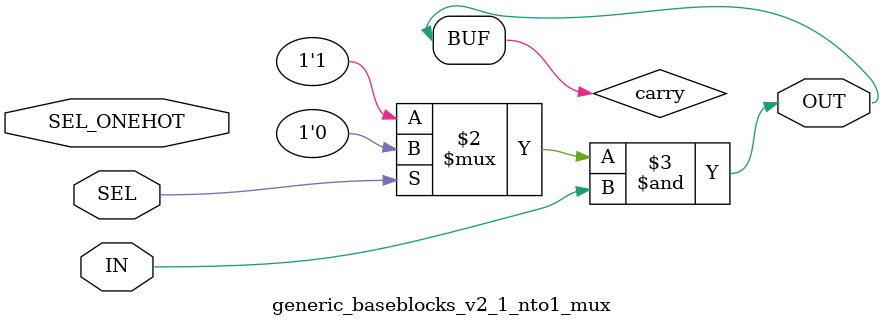
<source format=v>

`timescale 1ps/1ps
`default_nettype none

(* DowngradeIPIdentifiedWarnings="yes" *) 
module generic_baseblocks_v2_1_nto1_mux #
  (
   parameter integer C_RATIO         =  1,  // Range: >=1
   parameter integer C_SEL_WIDTH     =  1,  // Range: >=1; recommended: ceil_log2(C_RATIO)
   parameter integer C_DATAOUT_WIDTH =  1,  // Range: >=1
   parameter integer C_ONEHOT        =  0   // Values: 0 = binary-encoded (use SEL); 1 = one-hot (use SEL_ONEHOT)
   )
  (
   input  wire [C_RATIO-1:0]                 SEL_ONEHOT,  // One-hot generic_baseblocks_v2_1_mux select (only used if C_ONEHOT=1)
   input  wire [C_SEL_WIDTH-1:0]             SEL,         // Binary-encoded generic_baseblocks_v2_1_mux select (only used if C_ONEHOT=0)
   input  wire [C_RATIO*C_DATAOUT_WIDTH-1:0] IN,          // Data input array (num_selections x data_width)
   output wire [C_DATAOUT_WIDTH-1:0]         OUT          // Data output vector
   );

  wire [C_DATAOUT_WIDTH*C_RATIO-1:0] carry;
  genvar i;
  
  generate
    if (C_ONEHOT == 0) begin : gen_encoded
      assign carry[C_DATAOUT_WIDTH-1:0] = {C_DATAOUT_WIDTH{(SEL==0)?1'b1:1'b0}} & IN[C_DATAOUT_WIDTH-1:0];
      for (i=1;i<C_RATIO;i=i+1) begin : gen_carrychain_enc
        assign carry[(i+1)*C_DATAOUT_WIDTH-1:i*C_DATAOUT_WIDTH] = 
               carry[i*C_DATAOUT_WIDTH-1:(i-1)*C_DATAOUT_WIDTH] |
               {C_DATAOUT_WIDTH{(SEL==i)?1'b1:1'b0}} & IN[(i+1)*C_DATAOUT_WIDTH-1:i*C_DATAOUT_WIDTH];
      end
    end else begin : gen_onehot
      assign carry[C_DATAOUT_WIDTH-1:0] = {C_DATAOUT_WIDTH{SEL_ONEHOT[0]}} & IN[C_DATAOUT_WIDTH-1:0];
      for (i=1;i<C_RATIO;i=i+1) begin : gen_carrychain_hot
        assign carry[(i+1)*C_DATAOUT_WIDTH-1:i*C_DATAOUT_WIDTH] = 
               carry[i*C_DATAOUT_WIDTH-1:(i-1)*C_DATAOUT_WIDTH] |
               {C_DATAOUT_WIDTH{SEL_ONEHOT[i]}} & IN[(i+1)*C_DATAOUT_WIDTH-1:i*C_DATAOUT_WIDTH];
      end
    end
  endgenerate
  assign OUT = carry[C_DATAOUT_WIDTH*C_RATIO-1:
                     C_DATAOUT_WIDTH*(C_RATIO-1)];
endmodule

`default_nettype wire

</source>
